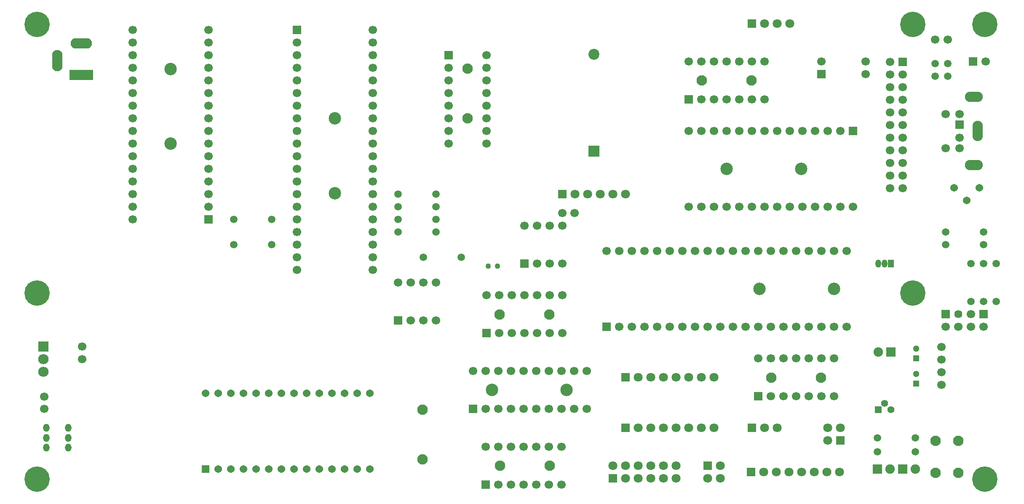
<source format=gbr>
%TF.GenerationSoftware,Novarm,DipTrace,4.3.0.4*%
%TF.CreationDate,2023-05-29T14:58:26+01:00*%
%FSLAX26Y26*%
%MOIN*%
%TF.FileFunction,Soldermask,Bot*%
%TF.Part,Single*%
%ADD18C,0.055118*%
%ADD22R,0.066929X0.066929*%
%ADD23C,0.066929*%
%ADD25R,0.051181X0.051181*%
%ADD26C,0.051181*%
%ADD27C,0.066929*%
%ADD43R,0.070866X0.070866*%
%ADD44C,0.070866*%
%ADD52C,0.082677*%
%ADD56C,0.043307*%
%ADD63C,0.086614*%
%ADD64R,0.086614X0.086614*%
%ADD66C,0.06063*%
%ADD68O,0.051181X0.063937*%
%ADD74O,0.045276X0.062992*%
%ADD76R,0.045276X0.062992*%
%ADD78C,0.074803*%
%ADD79R,0.074803X0.074803*%
%ADD80O,0.082677X0.078937*%
%ADD82R,0.082677X0.078937*%
%ADD84O,0.082677X0.169291*%
%ADD86O,0.169291X0.082677*%
%ADD88R,0.185039X0.082677*%
%ADD90O,0.082677X0.161417*%
%ADD92O,0.141732X0.082677*%
%ADD94C,0.06063*%
%ADD96R,0.06063X0.06063*%
%ADD98C,0.098425*%
%ADD101C,0.063937*%
%ADD103C,0.059055*%
%ADD104C,0.200787*%
%ADD106R,0.055118X0.055118*%
%ADD107C,0.070866*%
%ADD108C,0.059055*%
G75*
G01*
%LPD*%
D103*
X7932676Y2249999D3*
D108*
Y1949999D3*
D22*
X5699802Y3550393D3*
D23*
X5799802D3*
X5899802D3*
X5999802D3*
X6099802D3*
X6199802D3*
X6299802D3*
Y3850393D3*
X6199802D3*
X6099802D3*
X5999802D3*
X5899802D3*
X5799802D3*
X5699802D3*
D22*
X1899999Y2599999D3*
D23*
Y2699999D3*
Y2799999D3*
Y2899999D3*
Y2999999D3*
Y3099999D3*
Y3199999D3*
Y3299999D3*
Y3399999D3*
Y3499999D3*
Y3599999D3*
Y3699999D3*
Y3799999D3*
Y3899999D3*
Y3999999D3*
Y4099999D3*
X1299999D3*
Y3999999D3*
Y3899999D3*
Y3799999D3*
Y3699999D3*
Y3599999D3*
Y3499999D3*
Y3399999D3*
Y3299999D3*
Y3199999D3*
Y3099999D3*
Y2999999D3*
Y2899999D3*
Y2799999D3*
Y2699999D3*
Y2599999D3*
D103*
X3399999D3*
D108*
X3699999D3*
D22*
X5049999Y1749999D3*
D23*
X5149999D3*
X5249999D3*
X5349999D3*
X5449999D3*
X5549999D3*
X5649999D3*
X5749999D3*
X5849999D3*
X5949999D3*
X6049999D3*
X6149999D3*
X6249999D3*
X6349999D3*
X6449999D3*
X6549999D3*
X6649999D3*
X6749999D3*
X6849999D3*
X6949999D3*
Y2349999D3*
X6849999D3*
X6749999D3*
X6649999D3*
X6549999D3*
X6449999D3*
X6349999D3*
X6249999D3*
X6149999D3*
X6049999D3*
X5949999D3*
X5849999D3*
X5749999D3*
X5649999D3*
X5549999D3*
X5449999D3*
X5349999D3*
X5249999D3*
X5149999D3*
X5049999D3*
D43*
X6193700Y599999D3*
D107*
X6293700D3*
X6393700D3*
X6493700D3*
X6593700D3*
X6693700D3*
X6793700D3*
X6893700D3*
D43*
X6199999Y949999D3*
D107*
X6299999D3*
X6399999D3*
D52*
X7655117Y593700D3*
Y849606D3*
X7832283Y593700D3*
Y849606D3*
D43*
X6899999Y849999D3*
D107*
X6799999D3*
X6899999Y949999D3*
X6799999D3*
D106*
X7199999Y1093700D3*
D18*
X7249999Y1143700D3*
X7299999Y1093700D3*
D52*
X3949999Y3399999D3*
Y3793700D3*
D43*
X5099999Y549999D3*
D107*
Y649999D3*
X5199999Y549999D3*
Y649999D3*
X5299999Y549999D3*
Y649999D3*
X5399999Y549999D3*
Y649999D3*
X5499999Y549999D3*
Y649999D3*
X5599999Y549999D3*
Y649999D3*
D43*
X4699999Y2799999D3*
D44*
X4799999D3*
X4899999D3*
X4999999D3*
X5099999D3*
X5199999D3*
D104*
X543700Y4143700D3*
Y2017716D3*
X7472834Y4143700D3*
Y2017716D3*
D22*
X7394094Y3848424D3*
D27*
X7294094D3*
X7394094Y3748424D3*
X7294094D3*
X7394094Y3648424D3*
X7294094D3*
X7394094Y3548424D3*
X7294094D3*
X7394094Y3448424D3*
X7294094D3*
X7394094Y3348424D3*
X7294094D3*
X7394094Y3248424D3*
X7294094D3*
X7394094Y3148424D3*
X7294094D3*
X7394094Y3048424D3*
X7294094D3*
X7394094Y2948424D3*
X7294094D3*
X7394094Y2848424D3*
X7294094D3*
D43*
X5199999Y949999D3*
D107*
X5299999D3*
X5399999D3*
X5499999D3*
X5599999D3*
X5699999D3*
X5799999D3*
X5899999D3*
D22*
X8032676Y1849999D3*
D27*
X7932676D3*
D101*
X7832676D3*
D22*
X7732676D3*
D27*
Y1749999D3*
X7832676D3*
X7932676D3*
X8032676D3*
X4699999Y2649999D3*
X4798424D3*
D22*
X2599999Y4099999D3*
D23*
Y3999999D3*
Y3899999D3*
Y3799999D3*
Y3699999D3*
Y3599999D3*
Y3499999D3*
Y3399999D3*
Y3299999D3*
Y3199999D3*
Y3099999D3*
Y2999999D3*
Y2899999D3*
Y2799999D3*
Y2699999D3*
Y2599999D3*
Y2499999D3*
Y2399999D3*
Y2299999D3*
Y2199999D3*
X3199999D3*
Y2299999D3*
Y2399999D3*
Y2499999D3*
Y2599999D3*
Y2699999D3*
Y2799999D3*
Y2899999D3*
Y2999999D3*
Y3099999D3*
Y3199999D3*
Y3299999D3*
Y3399999D3*
Y3499999D3*
Y3599999D3*
Y3699999D3*
Y3799999D3*
Y3899999D3*
Y3999999D3*
Y4099999D3*
D103*
X2100393Y2599999D3*
D108*
X2400393D3*
D25*
X7499999Y1499999D3*
D26*
Y1578739D3*
D103*
X8032676Y2399999D3*
D108*
X7732676D3*
D103*
X8032676Y1949999D3*
D108*
Y2249999D3*
D98*
X1599999Y3199999D3*
Y3790550D3*
X4143700Y1249999D3*
X4734251D3*
D22*
X4099999Y1699999D3*
D23*
X4199999D3*
X4299999D3*
X4399999D3*
X4499999D3*
X4599999D3*
X4699999D3*
Y1999999D3*
X4599999D3*
X4499999D3*
X4399999D3*
X4299999D3*
X4199999D3*
X4099999D3*
D103*
X7193700Y871653D3*
D108*
X7493700D3*
D103*
X7649999Y3834251D3*
D108*
Y3734251D3*
D27*
X7099999Y3751574D3*
Y3849999D3*
D96*
X1875491Y625983D3*
D94*
X1975491D3*
X2075491D3*
X2175491D3*
X2275491D3*
X2375491D3*
X2475491D3*
X2575491D3*
X2675491D3*
X2775491D3*
X2875491D3*
X2975491D3*
X3075491D3*
X3175491D3*
Y1225983D3*
X3075491D3*
X2975491D3*
X2875491D3*
X2775491D3*
X2675491D3*
X2575491D3*
X2475491D3*
X2375491D3*
X2275491D3*
X2175491D3*
X2075491D3*
X1975491D3*
X1875491D3*
D22*
X4093700Y499999D3*
D23*
X4193700D3*
X4293700D3*
X4393700D3*
X4493700D3*
X4593700D3*
X4693700D3*
Y799999D3*
X4593700D3*
X4493700D3*
X4393700D3*
X4293700D3*
X4193700D3*
X4093700D3*
D22*
X6249999Y1199999D3*
D23*
X6349999D3*
X6449999D3*
X6549999D3*
X6649999D3*
X6749999D3*
X6849999D3*
Y1499999D3*
X6749999D3*
X6649999D3*
X6549999D3*
X6449999D3*
X6349999D3*
X6249999D3*
D22*
X7843700Y3351574D3*
D27*
Y3249212D3*
Y3434251D3*
Y3166535D3*
X7733464Y3434251D3*
Y3166535D3*
D92*
X7955905Y3030708D3*
D90*
X7987401Y3300393D3*
D92*
X7955905Y3570078D3*
D27*
X599999Y1099999D3*
Y1198424D3*
D22*
X6749999Y3751574D3*
D27*
Y3849999D3*
D103*
X7749999Y3834251D3*
D108*
Y3734251D3*
D103*
X3399999Y2799999D3*
D108*
X3699999D3*
D104*
X543700Y543700D3*
D98*
X5999999Y2999999D3*
X6590550D3*
D43*
X6199999Y4149999D3*
D107*
X6299999D3*
X6399999D3*
X6499999D3*
D43*
X5199999Y1349999D3*
D107*
X5299999D3*
X5399999D3*
X5499999D3*
X5599999D3*
X5699999D3*
X5799999D3*
X5899999D3*
D25*
X7499999Y1299999D3*
D26*
Y1378739D3*
D52*
X4203346Y1849606D3*
X4597046D3*
X6196850Y3699999D3*
X5803149D3*
X6747046Y1349606D3*
X6353346D3*
D88*
X893700Y3745669D3*
D86*
Y3993700D3*
D84*
X704724Y3859842D3*
D82*
X593700Y1593700D3*
D80*
Y1493700D3*
Y1393700D3*
D22*
X7951574Y3849999D3*
D27*
X8049999D3*
X7700983Y1292125D3*
Y1390550D3*
D79*
X7299999Y1549999D3*
D78*
X7199999D3*
D76*
X7299999Y2249999D3*
D74*
X7249999D3*
X7199999D3*
D103*
X7493700Y760235D3*
D108*
X7193700D3*
D27*
X7749212Y4024999D3*
X7650787D3*
D103*
X3900393Y2299999D3*
D108*
X3600393D3*
D103*
X3700393Y2499999D3*
D108*
X3400393D3*
D103*
X8032676D3*
D108*
X7732676D3*
D22*
X4399999Y2249999D3*
D23*
X4499999D3*
X4599999D3*
X4699999D3*
Y2549999D3*
X4599999D3*
X4499999D3*
X4399999D3*
D27*
X899999Y1593700D3*
Y1495275D3*
D68*
X617322Y951771D3*
Y873031D3*
Y794291D3*
X790550Y951771D3*
Y873031D3*
Y794291D3*
D22*
X3993700Y1099999D3*
D23*
X4093700D3*
X4193700D3*
X4293700D3*
X4393700D3*
X4493700D3*
X4593700D3*
X4693700D3*
X4793700D3*
X4893700D3*
Y1399999D3*
X4793700D3*
X4693700D3*
X4593700D3*
X4493700D3*
X4393700D3*
X4293700D3*
X4193700D3*
X4093700D3*
X3993700D3*
D52*
X3594684Y700983D3*
Y1094684D3*
D22*
X3799999Y3899999D3*
D23*
Y3799999D3*
Y3699999D3*
Y3599999D3*
Y3499999D3*
Y3399999D3*
Y3299999D3*
Y3199999D3*
X4099999D3*
Y3299999D3*
Y3399999D3*
Y3499999D3*
Y3599999D3*
Y3699999D3*
Y3799999D3*
Y3899999D3*
D79*
X7393700Y624606D3*
D78*
X7493700D3*
D104*
X8043700Y543700D3*
D79*
X7193700Y624606D3*
D78*
X7293700D3*
D66*
X7999999Y2849999D3*
X7899999Y2749999D3*
X7799999Y2849999D3*
D103*
X8132676Y2249999D3*
D108*
Y1949999D3*
D56*
X4187007Y2232283D3*
X4112204D3*
D22*
X6999999Y3299999D3*
D23*
X6899999D3*
X6799999D3*
X6699999D3*
X6599999D3*
X6499999D3*
X6399999D3*
X6299999D3*
X6199999D3*
X6099999D3*
X5999999D3*
X5899999D3*
X5799999D3*
X5699999D3*
Y2699999D3*
X5799999D3*
X5899999D3*
X5999999D3*
X6099999D3*
X6199999D3*
X6299999D3*
X6399999D3*
X6499999D3*
X6599999D3*
X6699999D3*
X6799999D3*
X6899999D3*
X6999999D3*
D104*
X8043700Y4143700D3*
D22*
X3400393Y1800393D3*
D23*
X3500393D3*
X3600393D3*
X3700393D3*
Y2100393D3*
X3600393D3*
X3500393D3*
X3400393D3*
D43*
X5849999Y649999D3*
D107*
X5949999D3*
X5849999Y549999D3*
X5949999D3*
D98*
X6849999Y2049999D3*
X6259448D3*
D52*
X4599999Y649999D3*
X4206298D3*
D103*
X3699999Y2699999D3*
D108*
X3399999D3*
D103*
X2100393Y2399999D3*
D108*
X2400393D3*
D98*
X2899999Y3399999D3*
Y2809448D3*
D27*
X7700983Y1492125D3*
Y1590550D3*
D64*
X4949999Y3141808D3*
D63*
Y3909524D3*
M02*

</source>
